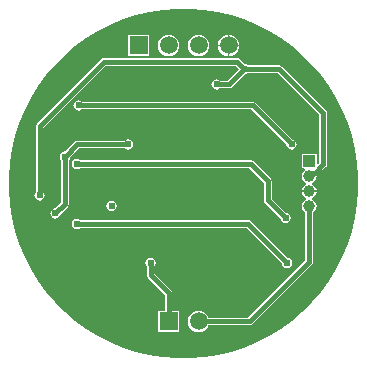
<source format=gbl>
G04*
G04 #@! TF.GenerationSoftware,Altium Limited,Altium Designer,22.0.2 (36)*
G04*
G04 Layer_Physical_Order=2*
G04 Layer_Color=16711680*
%FSLAX25Y25*%
%MOIN*%
G70*
G04*
G04 #@! TF.SameCoordinates,4D75FC96-39BE-4DEA-B64F-09A75C684B67*
G04*
G04*
G04 #@! TF.FilePolarity,Positive*
G04*
G01*
G75*
%ADD28C,0.01500*%
%ADD29C,0.05906*%
%ADD30R,0.05906X0.05906*%
%ADD31C,0.03937*%
%ADD32R,0.03937X0.03937*%
%ADD33C,0.02400*%
G36*
X6852Y57893D02*
X11373Y57177D01*
X15824Y56108D01*
X20178Y54694D01*
X24407Y52942D01*
X28485Y50864D01*
X32388Y48472D01*
X36091Y45782D01*
X39572Y42809D01*
X42809Y39572D01*
X45782Y36091D01*
X48472Y32388D01*
X50864Y28485D01*
X52942Y24407D01*
X54694Y20178D01*
X56108Y15824D01*
X57177Y11373D01*
X57893Y6852D01*
X58252Y2289D01*
Y-2289D01*
X57893Y-6852D01*
X57177Y-11373D01*
X56108Y-15824D01*
X54694Y-20178D01*
X52942Y-24407D01*
X50864Y-28485D01*
X48472Y-32388D01*
X45782Y-36091D01*
X42809Y-39572D01*
X39572Y-42809D01*
X36091Y-45782D01*
X32388Y-48472D01*
X28485Y-50864D01*
X24407Y-52942D01*
X20178Y-54694D01*
X15824Y-56108D01*
X11373Y-57177D01*
X6852Y-57893D01*
X2289Y-58252D01*
X-2289D01*
X-6852Y-57893D01*
X-11373Y-57177D01*
X-15824Y-56108D01*
X-20178Y-54694D01*
X-24407Y-52942D01*
X-28485Y-50864D01*
X-32388Y-48472D01*
X-36091Y-45782D01*
X-39572Y-42809D01*
X-42809Y-39572D01*
X-45782Y-36091D01*
X-48472Y-32388D01*
X-50864Y-28485D01*
X-52942Y-24407D01*
X-54694Y-20178D01*
X-56108Y-15824D01*
X-57177Y-11373D01*
X-57893Y-6852D01*
X-58252Y-2289D01*
Y2289D01*
X-57893Y6852D01*
X-57177Y11373D01*
X-56108Y15824D01*
X-54694Y20178D01*
X-52942Y24407D01*
X-50864Y28485D01*
X-48472Y32388D01*
X-45782Y36091D01*
X-42809Y39572D01*
X-39572Y42809D01*
X-36091Y45782D01*
X-32388Y48472D01*
X-28485Y50864D01*
X-24407Y52942D01*
X-20178Y54694D01*
X-15824Y56108D01*
X-11373Y57177D01*
X-6852Y57893D01*
X-2289Y58252D01*
X2289D01*
X6852Y57893D01*
D02*
G37*
%LPC*%
G36*
X15250Y49450D02*
Y46250D01*
X18450D01*
X18364Y46901D01*
X18016Y47741D01*
X17462Y48463D01*
X16741Y49016D01*
X15901Y49364D01*
X15250Y49450D01*
D02*
G37*
G36*
X14750D02*
X14099Y49364D01*
X13259Y49016D01*
X12538Y48463D01*
X11984Y47741D01*
X11636Y46901D01*
X11550Y46250D01*
X14750D01*
Y49450D01*
D02*
G37*
G36*
X18450Y45750D02*
X15250D01*
Y42550D01*
X15901Y42636D01*
X16741Y42984D01*
X17462Y43538D01*
X18016Y44259D01*
X18364Y45099D01*
X18450Y45750D01*
D02*
G37*
G36*
X14750D02*
X11550D01*
X11636Y45099D01*
X11984Y44259D01*
X12538Y43538D01*
X13259Y42984D01*
X14099Y42636D01*
X14750Y42550D01*
Y45750D01*
D02*
G37*
G36*
X-11547Y49453D02*
X-18453D01*
Y42547D01*
X-11547D01*
Y49453D01*
D02*
G37*
G36*
X5000Y49483D02*
X4099Y49364D01*
X3259Y49016D01*
X2537Y48463D01*
X1984Y47741D01*
X1636Y46901D01*
X1517Y46000D01*
X1636Y45099D01*
X1984Y44259D01*
X2537Y43538D01*
X3259Y42984D01*
X4099Y42636D01*
X5000Y42518D01*
X5901Y42636D01*
X6741Y42984D01*
X7463Y43538D01*
X8016Y44259D01*
X8364Y45099D01*
X8483Y46000D01*
X8364Y46901D01*
X8016Y47741D01*
X7463Y48463D01*
X6741Y49016D01*
X5901Y49364D01*
X5000Y49483D01*
D02*
G37*
G36*
X-5000D02*
X-5901Y49364D01*
X-6741Y49016D01*
X-7463Y48463D01*
X-8016Y47741D01*
X-8364Y46901D01*
X-8483Y46000D01*
X-8364Y45099D01*
X-8016Y44259D01*
X-7463Y43538D01*
X-6741Y42984D01*
X-5901Y42636D01*
X-5000Y42518D01*
X-4099Y42636D01*
X-3259Y42984D01*
X-2537Y43538D01*
X-1984Y44259D01*
X-1636Y45099D01*
X-1517Y46000D01*
X-1636Y46901D01*
X-1984Y47741D01*
X-2537Y48463D01*
X-3259Y49016D01*
X-4099Y49364D01*
X-5000Y49483D01*
D02*
G37*
G36*
X-35000Y27733D02*
X-35663Y27601D01*
X-36226Y27226D01*
X-36601Y26663D01*
X-36733Y26000D01*
X-36601Y25337D01*
X-36226Y24774D01*
X-35663Y24399D01*
X-35000Y24267D01*
X-34337Y24399D01*
X-33847Y24725D01*
X22472D01*
X34284Y12914D01*
X34399Y12337D01*
X34774Y11774D01*
X35337Y11399D01*
X36000Y11267D01*
X36663Y11399D01*
X37226Y11774D01*
X37601Y12337D01*
X37733Y13000D01*
X37601Y13663D01*
X37226Y14226D01*
X36663Y14601D01*
X36086Y14716D01*
X23901Y26901D01*
X23488Y27178D01*
X23000Y27275D01*
X-33847D01*
X-34337Y27601D01*
X-35000Y27733D01*
D02*
G37*
G36*
X-18500Y14733D02*
X-19163Y14601D01*
X-19652Y14275D01*
X-35500D01*
X-35988Y14177D01*
X-36401Y13901D01*
X-39603Y10700D01*
X-40180Y10585D01*
X-40742Y10209D01*
X-41118Y9647D01*
X-41250Y8984D01*
X-41118Y8320D01*
X-40791Y7831D01*
Y-6298D01*
X-42777Y-8284D01*
X-43354Y-8399D01*
X-43917Y-8774D01*
X-44292Y-9337D01*
X-44424Y-10000D01*
X-44292Y-10663D01*
X-43917Y-11226D01*
X-43354Y-11601D01*
X-42691Y-11733D01*
X-42028Y-11601D01*
X-41465Y-11226D01*
X-41090Y-10663D01*
X-40975Y-10086D01*
X-38615Y-7727D01*
X-38339Y-7313D01*
X-38242Y-6825D01*
Y7831D01*
X-37915Y8320D01*
X-37800Y8897D01*
X-34972Y11726D01*
X-19652D01*
X-19163Y11399D01*
X-18500Y11267D01*
X-17837Y11399D01*
X-17274Y11774D01*
X-16899Y12337D01*
X-16767Y13000D01*
X-16899Y13663D01*
X-17274Y14226D01*
X-17837Y14601D01*
X-18500Y14733D01*
D02*
G37*
G36*
X17829Y41774D02*
X-26500D01*
X-26988Y41677D01*
X-27401Y41401D01*
X-48901Y19901D01*
X-49178Y19488D01*
X-49275Y19000D01*
Y-2847D01*
X-49601Y-3337D01*
X-49733Y-4000D01*
X-49601Y-4663D01*
X-49226Y-5226D01*
X-48663Y-5601D01*
X-48000Y-5733D01*
X-47337Y-5601D01*
X-46774Y-5226D01*
X-46399Y-4663D01*
X-46267Y-4000D01*
X-46399Y-3337D01*
X-46725Y-2847D01*
Y18472D01*
X-25972Y39226D01*
X17301D01*
X18457Y38069D01*
X14663Y34275D01*
X12152D01*
X11663Y34601D01*
X11000Y34733D01*
X10337Y34601D01*
X9774Y34226D01*
X9399Y33663D01*
X9267Y33000D01*
X9399Y32337D01*
X9774Y31774D01*
X10337Y31399D01*
X11000Y31267D01*
X11663Y31399D01*
X12152Y31725D01*
X15191D01*
X15679Y31822D01*
X16092Y32099D01*
X20346Y36353D01*
X20923Y36467D01*
X21412Y36794D01*
X31403D01*
X45226Y22972D01*
Y6957D01*
X44796Y6528D01*
X44335Y6719D01*
Y9968D01*
X39398D01*
Y5032D01*
X40312D01*
X40463Y4532D01*
X40086Y4280D01*
X39541Y3463D01*
X39349Y2500D01*
X39541Y1537D01*
X40086Y720D01*
X40749Y278D01*
X40763Y237D01*
Y-237D01*
X40749Y-278D01*
X40086Y-720D01*
X39541Y-1537D01*
X39399Y-2250D01*
X44333D01*
X44191Y-1537D01*
X43646Y-720D01*
X42983Y-278D01*
X42970Y-237D01*
Y237D01*
X42983Y278D01*
X43646Y720D01*
X44191Y1537D01*
X44383Y2500D01*
X44374Y2546D01*
X44466Y2638D01*
X44603Y2729D01*
X47401Y5528D01*
X47677Y5941D01*
X47774Y6429D01*
Y23500D01*
X47677Y23988D01*
X47401Y24401D01*
X32832Y38970D01*
X32419Y39246D01*
X31931Y39343D01*
X21412D01*
X20923Y39670D01*
X20346Y39785D01*
X18730Y41401D01*
X18316Y41677D01*
X17829Y41774D01*
D02*
G37*
G36*
X-24000Y-5767D02*
X-24663Y-5899D01*
X-25226Y-6274D01*
X-25601Y-6837D01*
X-25733Y-7500D01*
X-25601Y-8163D01*
X-25226Y-8726D01*
X-24663Y-9101D01*
X-24000Y-9233D01*
X-23337Y-9101D01*
X-22774Y-8726D01*
X-22399Y-8163D01*
X-22267Y-7500D01*
X-22399Y-6837D01*
X-22774Y-6274D01*
X-23337Y-5899D01*
X-24000Y-5767D01*
D02*
G37*
G36*
X-35500Y8233D02*
X-36163Y8101D01*
X-36726Y7726D01*
X-37101Y7163D01*
X-37233Y6500D01*
X-37101Y5837D01*
X-36726Y5274D01*
X-36163Y4899D01*
X-35500Y4767D01*
X-34837Y4899D01*
X-34348Y5226D01*
X21846D01*
X26826Y245D01*
Y-5601D01*
X26923Y-6088D01*
X27199Y-6502D01*
X32284Y-11586D01*
X32399Y-12163D01*
X32774Y-12726D01*
X33337Y-13101D01*
X34000Y-13233D01*
X34663Y-13101D01*
X35226Y-12726D01*
X35601Y-12163D01*
X35733Y-11500D01*
X35601Y-10837D01*
X35226Y-10274D01*
X34663Y-9899D01*
X34086Y-9784D01*
X29375Y-5073D01*
Y773D01*
X29278Y1261D01*
X29002Y1674D01*
X23275Y7401D01*
X22861Y7677D01*
X22373Y7774D01*
X-34348D01*
X-34837Y8101D01*
X-35500Y8233D01*
D02*
G37*
G36*
Y-11767D02*
X-36163Y-11899D01*
X-36726Y-12274D01*
X-37101Y-12837D01*
X-37233Y-13500D01*
X-37101Y-14163D01*
X-36726Y-14726D01*
X-36163Y-15101D01*
X-35500Y-15233D01*
X-34837Y-15101D01*
X-34348Y-14774D01*
X20972D01*
X32784Y-26586D01*
X32899Y-27163D01*
X33274Y-27726D01*
X33837Y-28101D01*
X34500Y-28233D01*
X35163Y-28101D01*
X35726Y-27726D01*
X36101Y-27163D01*
X36233Y-26500D01*
X36101Y-25837D01*
X35726Y-25274D01*
X35163Y-24899D01*
X34586Y-24784D01*
X22401Y-12599D01*
X21988Y-12323D01*
X21500Y-12225D01*
X-34348D01*
X-34837Y-11899D01*
X-35500Y-11767D01*
D02*
G37*
G36*
X44333Y-2750D02*
X39399D01*
X39541Y-3463D01*
X40086Y-4280D01*
X40749Y-4722D01*
X40763Y-4764D01*
Y-5237D01*
X40749Y-5278D01*
X40086Y-5720D01*
X39541Y-6537D01*
X39349Y-7500D01*
X39541Y-8463D01*
X40086Y-9280D01*
X40592Y-9617D01*
Y-25606D01*
X21472Y-44725D01*
X8209D01*
X8016Y-44259D01*
X7463Y-43538D01*
X6741Y-42984D01*
X5901Y-42636D01*
X5000Y-42518D01*
X4099Y-42636D01*
X3259Y-42984D01*
X2537Y-43538D01*
X1984Y-44259D01*
X1636Y-45099D01*
X1517Y-46000D01*
X1636Y-46901D01*
X1984Y-47741D01*
X2537Y-48463D01*
X3259Y-49016D01*
X4099Y-49364D01*
X5000Y-49483D01*
X5901Y-49364D01*
X6741Y-49016D01*
X7463Y-48463D01*
X8016Y-47741D01*
X8209Y-47275D01*
X22000D01*
X22488Y-47177D01*
X22901Y-46901D01*
X42767Y-27035D01*
X43044Y-26622D01*
X43141Y-26134D01*
Y-9617D01*
X43646Y-9280D01*
X44191Y-8463D01*
X44383Y-7500D01*
X44191Y-6537D01*
X43646Y-5720D01*
X42983Y-5278D01*
X42970Y-5237D01*
Y-4764D01*
X42983Y-4722D01*
X43646Y-4280D01*
X44191Y-3463D01*
X44333Y-2750D01*
D02*
G37*
G36*
X-11000Y-24767D02*
X-11663Y-24899D01*
X-12226Y-25274D01*
X-12601Y-25837D01*
X-12733Y-26500D01*
X-12601Y-27163D01*
X-12274Y-27652D01*
Y-30500D01*
X-12178Y-30988D01*
X-11901Y-31401D01*
X-6274Y-37028D01*
Y-42547D01*
X-8453D01*
Y-49453D01*
X-1547D01*
Y-42547D01*
X-3726D01*
Y-36500D01*
X-3822Y-36012D01*
X-4099Y-35599D01*
X-9725Y-29972D01*
Y-27652D01*
X-9399Y-27163D01*
X-9267Y-26500D01*
X-9399Y-25837D01*
X-9774Y-25274D01*
X-10337Y-24899D01*
X-11000Y-24767D01*
D02*
G37*
%LPD*%
D28*
X28101Y-5601D02*
Y773D01*
Y-5601D02*
X34000Y-11500D01*
X15191Y33000D02*
X20260Y38069D01*
X11000Y33000D02*
X15191D01*
X-35000Y26000D02*
X23000D01*
X22373Y6500D02*
X28101Y773D01*
X-35500Y-13500D02*
X21500D01*
X-11000Y-30500D02*
X-5000Y-36500D01*
Y-46000D02*
Y-36500D01*
X-11000Y-30500D02*
Y-26500D01*
X-35500Y13000D02*
X-18500D01*
X-39516Y-6825D02*
Y8984D01*
X-35500Y13000D01*
X-26500Y40500D02*
X17829D01*
X20260Y38069D01*
X-48000Y19000D02*
X-26500Y40500D01*
X-48000Y-4000D02*
Y19000D01*
X-42691Y-10000D02*
X-39516Y-6825D01*
X43701Y3631D02*
X46500Y6429D01*
X41866Y2500D02*
X42526D01*
X43656Y3631D01*
X43701D01*
X46500Y6429D02*
Y23500D01*
X20260Y38069D02*
X31931D01*
X46500Y23500D01*
X21500Y-13500D02*
X34500Y-26500D01*
X-35500Y6500D02*
X22373D01*
X23000Y26000D02*
X36000Y13000D01*
X41866Y-26134D02*
Y-7500D01*
X5000Y-46000D02*
X22000D01*
X41866Y-26134D01*
D29*
X5000Y-46000D02*
D03*
X15000Y46000D02*
D03*
X5000D02*
D03*
X-5000D02*
D03*
D30*
Y-46000D02*
D03*
X-15000Y46000D02*
D03*
D31*
X41866Y2500D02*
D03*
Y-2500D02*
D03*
Y-7500D02*
D03*
D32*
Y7500D02*
D03*
D33*
X34000Y-11500D02*
D03*
X11000Y33000D02*
D03*
X-35000Y26000D02*
D03*
X-4000Y-19000D02*
D03*
X-4500Y500D02*
D03*
X-35500Y-13500D02*
D03*
X-36000Y-19500D02*
D03*
X-11000Y-26500D02*
D03*
X-24000Y-7500D02*
D03*
X-39516Y8984D02*
D03*
X-48000Y-4000D02*
D03*
X-42691Y-10000D02*
D03*
X-18500Y13000D02*
D03*
X34500Y-26500D02*
D03*
X-35500Y6500D02*
D03*
X36000Y13000D02*
D03*
X20260Y38069D02*
D03*
M02*

</source>
